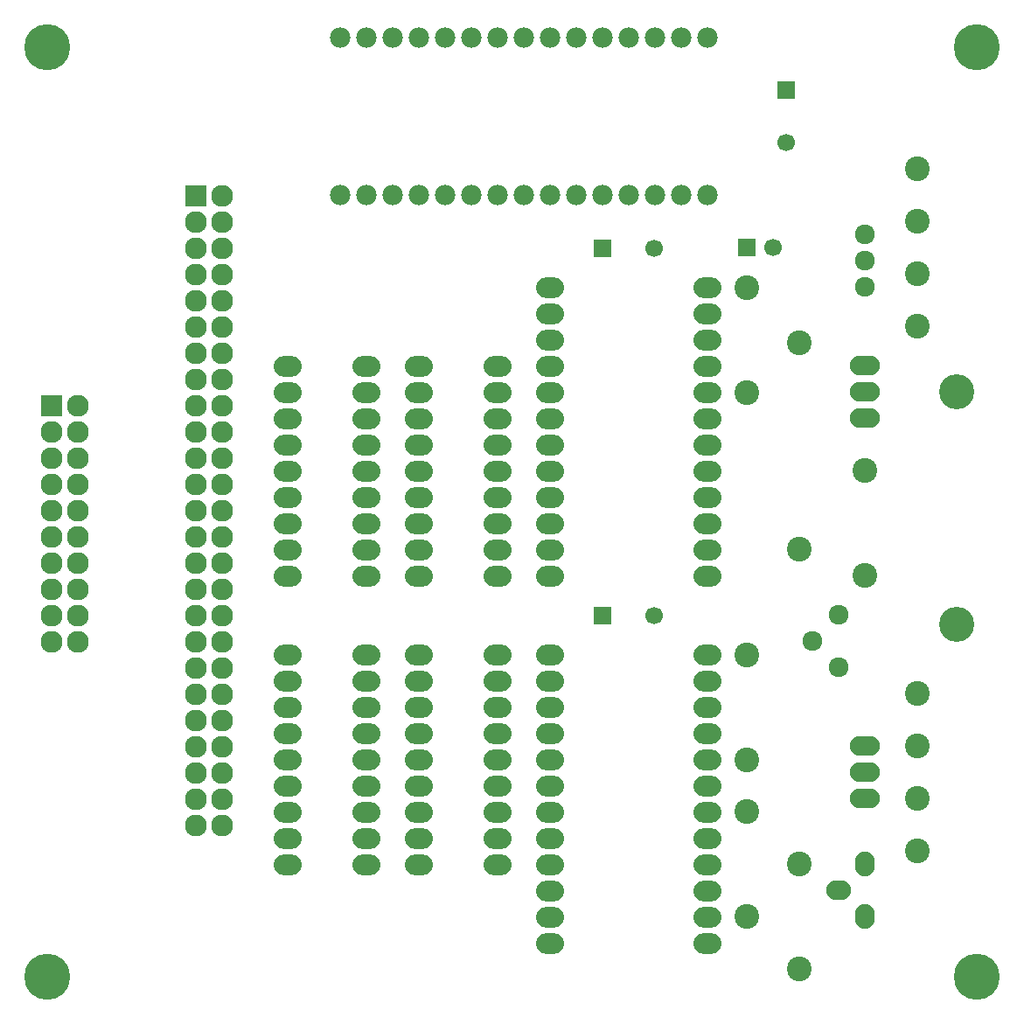
<source format=gts>
G04 #@! TF.FileFunction,Soldermask,Top*
%FSLAX46Y46*%
G04 Gerber Fmt 4.6, Leading zero omitted, Abs format (unit mm)*
G04 Created by KiCad (PCBNEW (2015-09-06 BZR 6161, Git 6b3ff2d)-product) date 22.02.2016 21:54:41*
%MOMM*%
G01*
G04 APERTURE LIST*
%ADD10C,0.100000*%
%ADD11R,1.700000X1.700000*%
%ADD12C,1.700000*%
%ADD13C,2.400000*%
%ADD14R,2.127200X2.127200*%
%ADD15O,2.127200X2.127200*%
%ADD16O,2.398980X1.901140*%
%ADD17O,1.901140X2.398980*%
%ADD18O,2.899360X1.901140*%
%ADD19C,2.398980*%
%ADD20C,1.924000*%
%ADD21O,2.700000X2.000000*%
%ADD22C,1.974800*%
%ADD23C,3.400000*%
%ADD24C,4.464000*%
G04 APERTURE END LIST*
D10*
D11*
X78740000Y-44530000D03*
D12*
X83740000Y-44530000D03*
D11*
X92710000Y-44450000D03*
D12*
X95210000Y-44450000D03*
D11*
X96520000Y-29210000D03*
D12*
X96520000Y-34210000D03*
D11*
X78740000Y-80090000D03*
D12*
X83740000Y-80090000D03*
D13*
X109220000Y-52070000D03*
X109220000Y-46990000D03*
X109220000Y-41910000D03*
X109220000Y-36830000D03*
X109220000Y-102870000D03*
X109220000Y-97790000D03*
X109220000Y-92710000D03*
X109220000Y-87630000D03*
D14*
X39370000Y-39450000D03*
D15*
X41910000Y-39450000D03*
X39370000Y-41990000D03*
X41910000Y-41990000D03*
X39370000Y-44530000D03*
X41910000Y-44530000D03*
X39370000Y-47070000D03*
X41910000Y-47070000D03*
X39370000Y-49610000D03*
X41910000Y-49610000D03*
X39370000Y-52150000D03*
X41910000Y-52150000D03*
X39370000Y-54690000D03*
X41910000Y-54690000D03*
X39370000Y-57230000D03*
X41910000Y-57230000D03*
X39370000Y-59770000D03*
X41910000Y-59770000D03*
X39370000Y-62310000D03*
X41910000Y-62310000D03*
X39370000Y-64850000D03*
X41910000Y-64850000D03*
X39370000Y-67390000D03*
X41910000Y-67390000D03*
X39370000Y-69930000D03*
X41910000Y-69930000D03*
X39370000Y-72470000D03*
X41910000Y-72470000D03*
X39370000Y-75010000D03*
X41910000Y-75010000D03*
X39370000Y-77550000D03*
X41910000Y-77550000D03*
X39370000Y-80090000D03*
X41910000Y-80090000D03*
X39370000Y-82630000D03*
X41910000Y-82630000D03*
X39370000Y-85170000D03*
X41910000Y-85170000D03*
X39370000Y-87710000D03*
X41910000Y-87710000D03*
X39370000Y-90250000D03*
X41910000Y-90250000D03*
X39370000Y-92790000D03*
X41910000Y-92790000D03*
X39370000Y-95330000D03*
X41910000Y-95330000D03*
X39370000Y-97870000D03*
X41910000Y-97870000D03*
X39370000Y-100410000D03*
X41910000Y-100410000D03*
D14*
X25400000Y-59770000D03*
D15*
X27940000Y-59770000D03*
X25400000Y-62310000D03*
X27940000Y-62310000D03*
X25400000Y-64850000D03*
X27940000Y-64850000D03*
X25400000Y-67390000D03*
X27940000Y-67390000D03*
X25400000Y-69930000D03*
X27940000Y-69930000D03*
X25400000Y-72470000D03*
X27940000Y-72470000D03*
X25400000Y-75010000D03*
X27940000Y-75010000D03*
X25400000Y-77550000D03*
X27940000Y-77550000D03*
X25400000Y-80090000D03*
X27940000Y-80090000D03*
X25400000Y-82630000D03*
X27940000Y-82630000D03*
D16*
X101600000Y-106680000D03*
D17*
X104140000Y-109220000D03*
X104140000Y-104140000D03*
D18*
X104140000Y-95250000D03*
X104140000Y-97790000D03*
X104140000Y-92710000D03*
D19*
X97790000Y-114300000D03*
X97790000Y-104140000D03*
X92710000Y-109220000D03*
X92710000Y-99060000D03*
X104140000Y-76200000D03*
X104140000Y-66040000D03*
X97790000Y-73660000D03*
X97790000Y-53660000D03*
D20*
X99060000Y-82550000D03*
X101600000Y-80010000D03*
X101600000Y-85090000D03*
X104140000Y-48260000D03*
X104140000Y-45720000D03*
X104140000Y-43180000D03*
D18*
X104140000Y-58420000D03*
X104140000Y-60960000D03*
X104140000Y-55880000D03*
D21*
X73660000Y-48340000D03*
X73660000Y-50880000D03*
X73660000Y-53420000D03*
X73660000Y-55960000D03*
X73660000Y-58500000D03*
X73660000Y-61040000D03*
X73660000Y-63580000D03*
X73660000Y-66120000D03*
X73660000Y-68660000D03*
X73660000Y-71200000D03*
X73660000Y-73740000D03*
X73660000Y-76280000D03*
X88900000Y-76280000D03*
X88900000Y-73740000D03*
X88900000Y-71200000D03*
X88900000Y-68660000D03*
X88900000Y-66120000D03*
X88900000Y-63580000D03*
X88900000Y-61040000D03*
X88900000Y-58500000D03*
X88900000Y-55960000D03*
X88900000Y-53420000D03*
X88900000Y-50880000D03*
X88900000Y-48340000D03*
X55880000Y-76280000D03*
X55880000Y-73740000D03*
X55880000Y-71200000D03*
X55880000Y-68660000D03*
X55880000Y-66120000D03*
X55880000Y-63580000D03*
X55880000Y-61040000D03*
X55880000Y-58500000D03*
X55880000Y-55960000D03*
X48260000Y-55960000D03*
X48260000Y-58500000D03*
X48260000Y-61040000D03*
X48260000Y-63580000D03*
X48260000Y-66120000D03*
X48260000Y-68660000D03*
X48260000Y-71200000D03*
X48260000Y-73740000D03*
X48260000Y-76280000D03*
X55880000Y-104220000D03*
X55880000Y-101680000D03*
X55880000Y-99140000D03*
X55880000Y-96600000D03*
X55880000Y-94060000D03*
X55880000Y-91520000D03*
X55880000Y-88980000D03*
X55880000Y-86440000D03*
X55880000Y-83900000D03*
X48260000Y-83900000D03*
X48260000Y-86440000D03*
X48260000Y-88980000D03*
X48260000Y-91520000D03*
X48260000Y-94060000D03*
X48260000Y-96600000D03*
X48260000Y-99140000D03*
X48260000Y-101680000D03*
X48260000Y-104220000D03*
D22*
X53340000Y-39370000D03*
X55880000Y-39370000D03*
X58420000Y-39370000D03*
X60960000Y-39370000D03*
X63500000Y-39370000D03*
X66040000Y-39370000D03*
X68580000Y-39370000D03*
X71120000Y-39370000D03*
X73660000Y-39370000D03*
X76200000Y-39370000D03*
X78740000Y-39370000D03*
X81280000Y-39370000D03*
X83820000Y-39370000D03*
X86360000Y-39370000D03*
X88900000Y-39370000D03*
X88900000Y-24130000D03*
X86360000Y-24130000D03*
X83820000Y-24130000D03*
X81280000Y-24130000D03*
X78740000Y-24130000D03*
X76200000Y-24130000D03*
X73660000Y-24130000D03*
X71120000Y-24130000D03*
X68580000Y-24130000D03*
X66040000Y-24130000D03*
X63500000Y-24130000D03*
X60960000Y-24130000D03*
X58420000Y-24130000D03*
X55880000Y-24130000D03*
X53340000Y-24130000D03*
D21*
X68580000Y-76280000D03*
X68580000Y-73740000D03*
X68580000Y-71200000D03*
X68580000Y-68660000D03*
X68580000Y-66120000D03*
X68580000Y-63580000D03*
X68580000Y-61040000D03*
X68580000Y-58500000D03*
X68580000Y-55960000D03*
X60960000Y-55960000D03*
X60960000Y-58500000D03*
X60960000Y-61040000D03*
X60960000Y-63580000D03*
X60960000Y-66120000D03*
X60960000Y-68660000D03*
X60960000Y-71200000D03*
X60960000Y-73740000D03*
X60960000Y-76280000D03*
X68580000Y-104220000D03*
X68580000Y-101680000D03*
X68580000Y-99140000D03*
X68580000Y-96600000D03*
X68580000Y-94060000D03*
X68580000Y-91520000D03*
X68580000Y-88980000D03*
X68580000Y-86440000D03*
X68580000Y-83900000D03*
X60960000Y-83900000D03*
X60960000Y-86440000D03*
X60960000Y-88980000D03*
X60960000Y-91520000D03*
X60960000Y-94060000D03*
X60960000Y-96600000D03*
X60960000Y-99140000D03*
X60960000Y-101680000D03*
X60960000Y-104220000D03*
X73660000Y-83900000D03*
X73660000Y-86440000D03*
X73660000Y-88980000D03*
X73660000Y-91520000D03*
X73660000Y-94060000D03*
X73660000Y-96600000D03*
X73660000Y-99140000D03*
X73660000Y-101680000D03*
X73660000Y-104220000D03*
X73660000Y-106760000D03*
X73660000Y-109300000D03*
X73660000Y-111840000D03*
X88900000Y-111840000D03*
X88900000Y-109300000D03*
X88900000Y-106760000D03*
X88900000Y-104220000D03*
X88900000Y-101680000D03*
X88900000Y-99140000D03*
X88900000Y-96600000D03*
X88900000Y-94060000D03*
X88900000Y-91520000D03*
X88900000Y-88980000D03*
X88900000Y-86440000D03*
X88900000Y-83900000D03*
D19*
X92710000Y-94060000D03*
X92710000Y-83900000D03*
X92710000Y-58500000D03*
X92710000Y-48340000D03*
D23*
X113030000Y-58420000D03*
X113030000Y-80920000D03*
D24*
X25000000Y-25000000D03*
X115000000Y-25000000D03*
X25000000Y-115000000D03*
X115000000Y-115000000D03*
M02*

</source>
